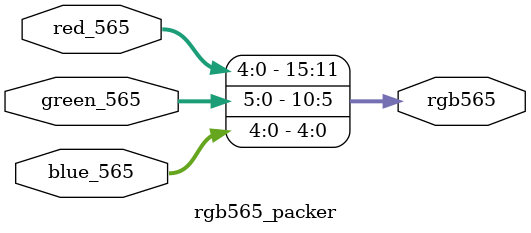
<source format=sv>
module rgb_async_convert (
    // AXI-Stream input interface
    input                  aclk,
    input                  aresetn,
    input      [23:0]      s_axis_tdata,
    input                  s_axis_tvalid,
    output                 s_axis_tready,
    input                  s_axis_tlast,
    
    // AXI-Stream output interface
    output     [15:0]      m_axis_tdata,
    output                 m_axis_tvalid,
    input                  m_axis_tready,
    output                 m_axis_tlast
);
    // Internal signals
    wire [4:0] red_565;
    wire [5:0] green_565;
    wire [4:0] blue_565;
    
    // Register to store RGB888 data
    reg [23:0] rgb888_reg;
    reg        last_reg;
    
    // Ready to accept data when output is ready or when not sending valid data
    assign s_axis_tready = m_axis_tready || !m_axis_tvalid;
    
    // Control logic for data flow
    reg data_valid_reg;
    
    always @(posedge aclk or negedge aresetn) begin
        if (!aresetn) begin
            rgb888_reg <= 24'h0;
            data_valid_reg <= 1'b0;
            last_reg <= 1'b0;
        end else begin
            if (s_axis_tvalid && s_axis_tready) begin
                rgb888_reg <= s_axis_tdata;
                data_valid_reg <= 1'b1;
                last_reg <= s_axis_tlast;
            end else if (m_axis_tready && m_axis_tvalid) begin
                data_valid_reg <= 1'b0;
            end
        end
    end
    
    // Output valid signal
    assign m_axis_tvalid = data_valid_reg;
    assign m_axis_tlast = last_reg;

    // Instantiate color channel extraction modules
    red_channel_converter red_conv (
        .red_888(rgb888_reg[23:16]),
        .red_565(red_565)
    );
    
    green_channel_converter green_conv (
        .green_888(rgb888_reg[15:8]),
        .green_565(green_565)
    );
    
    blue_channel_converter blue_conv (
        .blue_888(rgb888_reg[7:0]),
        .blue_565(blue_565)
    );

    // Instantiate RGB565 packer module
    rgb565_packer packer (
        .red_565(red_565),
        .green_565(green_565),
        .blue_565(blue_565),
        .rgb565(m_axis_tdata)
    );

endmodule

// Red channel conversion module
module red_channel_converter (
    input  [7:0] red_888,
    output [4:0] red_565
);
    // Extract 5 most significant bits from 8-bit red channel
    assign red_565 = red_888[7:3];
endmodule

// Green channel conversion module
module green_channel_converter (
    input  [7:0] green_888,
    output [5:0] green_565
);
    // Extract 6 most significant bits from 8-bit green channel
    assign green_565 = green_888[7:2];
endmodule

// Blue channel conversion module
module blue_channel_converter (
    input  [7:0] blue_888,
    output [4:0] blue_565
);
    // Extract 5 most significant bits from 8-bit blue channel
    assign blue_565 = blue_888[7:3];
endmodule

// RGB565 packing module
module rgb565_packer (
    input  [4:0] red_565,
    input  [5:0] green_565,
    input  [4:0] blue_565,
    output [15:0] rgb565
);
    // Pack the individual color components into a 16-bit RGB565 format
    assign rgb565 = {red_565, green_565, blue_565};
endmodule
</source>
